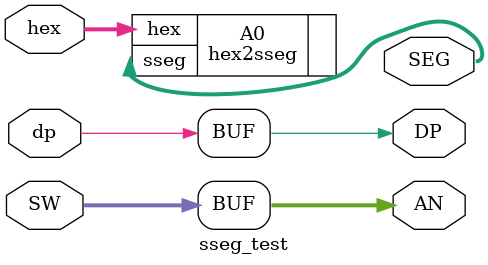
<source format=v>
`timescale 1ns / 1ps


module sseg_test(
    input [3:0] hex,
    input dp,
    input [7:0] SW,
    output [7:0] AN,
    output DP,
    output [6:0] SEG
    );
    assign AN = SW;
    assign DP = dp;
    
    hex2sseg A0 (
        .hex(hex),
        .sseg(SEG)
    );
endmodule

</source>
